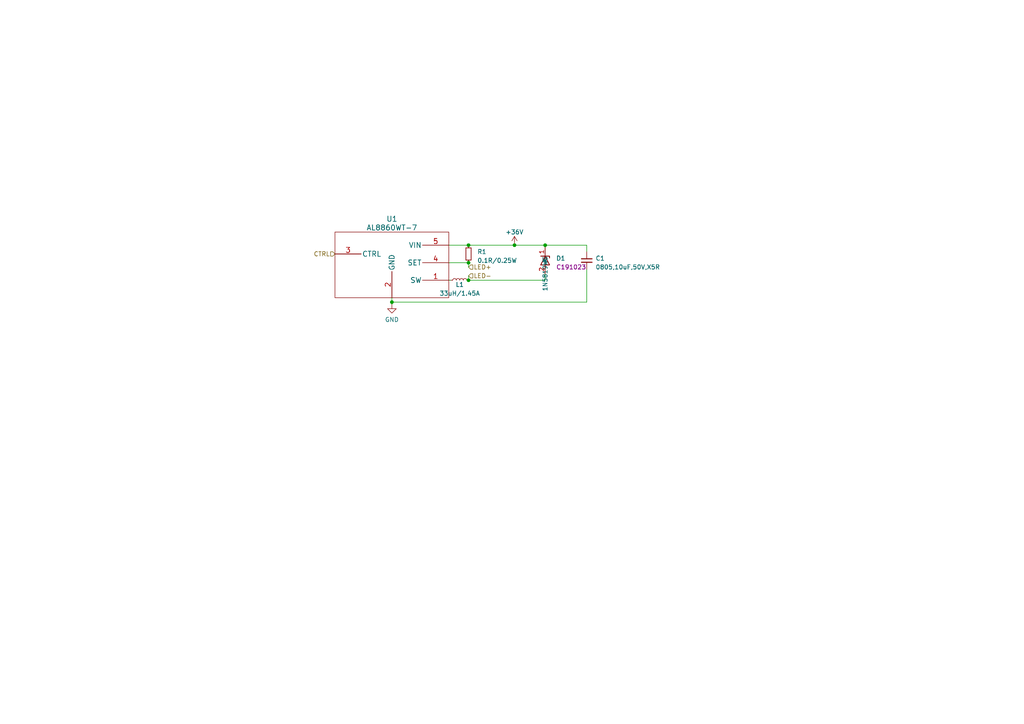
<source format=kicad_sch>
(kicad_sch (version 20230121) (generator eeschema)
  (paper "A4")
  (lib_symbols
    (symbol "Device:L_Small" (pin_numbers hide) (pin_names (offset 0.254) hide)
      (property "Reference" "L" (at 0.762 1.016 0))
      (property "Value" "L_Small" (at 0.762 -1.016 0))
      (symbol "L_Small_0_1"
        (arc (start 0 -2.032) (mid 0.5058 -1.524) (end 0 -1.016))
        (arc (start 0 -1.016) (mid 0.5058 -0.508) (end 0 0))
        (arc (start 0 0) (mid 0.5058 0.508) (end 0 1.016))
        (arc (start 0 1.016) (mid 0.5058 1.524) (end 0 2.032))
      )
      (symbol "L_Small_1_1"
        (pin passive line (at 0 2.54 270) (length 0.508) (name "~") (number "1"))
        (pin passive line (at 0 -2.54 90) (length 0.508) (name "~") (number "2"))
      )
    )
    (symbol "Device:R_Small" (pin_numbers hide) (pin_names (offset 0.254) hide)
      (property "Reference" "R" (at 0.762 0.508 0))
      (property "Value" "R_Small" (at 0.762 -1.016 0))
      (symbol "R_Small_0_1"
        (rectangle (start -0.762 1.778) (end 0.762 -1.778) (stroke (width 0.2032)))
      )
      (symbol "R_Small_1_1"
        (pin passive line (at 0 2.54 270) (length 0.762) (name "~") (number "1"))
        (pin passive line (at 0 -2.54 90) (length 0.762) (name "~") (number "2"))
      )
    )
    (symbol "WS_LCSC_Diodes:SS34"
      (property "Reference" "D" (at -3.81 3.81 0))
      (property "Value" "SS34" (at 0 0 0))
      (property "LCSC" "C8678" (at 0 0 0))
      (symbol "SS34_0_1"
        (polyline (pts (xy -2.54 0) (xy -5.08 0)))
        (polyline (pts (xy -5.08 -1.27) (xy -5.08 1.27) (xy -4.572 1.27)) (stroke (width 0.254)))
        (polyline (pts (xy -2.54 -1.27) (xy -2.54 1.27) (xy -5.08 0) (xy -2.54 -1.27)) (stroke (width 0.254)))
      )
      (symbol "SS34_1_1"
        (pin passive line (at -7.62 0 0) (length 2.54) (name "K") (number "1"))
        (pin passive line (at 0 0 180) (length 2.54) (name "A") (number "2"))
      )
    )
    (symbol "WS_LCSC_ICs:AL8860WT-7" (pin_names (offset 0.254))
      (property "Reference" "U" (at 20.32 10.16 0))
      (property "Value" "AL8860WT-7" (at 20.32 7.62 0))
      (symbol "AL8860WT-7_0_1"
        (rectangle (start 0 6.35) (end 33.02 -12.7))
      )
      (symbol "AL8860WT-7_1_1"
        (pin output line (at 33.02 -7.62 180) (length 7.62) (name "SW") (number "1"))
        (pin power_in line (at 16.51 -12.7 90) (length 7.62) (name "GND") (number "2"))
        (pin bidirectional line (at 0 0 0) (length 7.62) (name "CTRL") (number "3"))
        (pin unspecified line (at 33.02 -2.54 180) (length 7.62) (name "SET") (number "4"))
        (pin power_in line (at 33.02 2.54 180) (length 7.62) (name "VIN") (number "5"))
      )
    )
    (symbol "jlcpcb-basic-capacitor:0805,10uF,50V,X5R "
      (property "Reference" "C" (at 1.71 0.508 0))
      (property "Value" "0805,10uF,50V,X5R " (at 1.71 -1.016 0))
      (symbol "0805,10uF,50V,X5R _0_0"
        (polyline (pts (xy -1.524 -0.508) (xy 1.524 -0.508)) (stroke (width 0.3048)))
        (polyline (pts (xy -1.524 0.508) (xy 1.524 0.508)) (stroke (width 0.3048)))
        (pin passive line (at 0 2.54 270) (length 2.032) (name "~") (number "1"))
        (pin passive line (at 0 -2.54 90) (length 2.032) (name "~") (number "2"))
      )
    )
    (symbol "power:+36V" (power) (pin_names (offset 0))
      (property "Value" "+36V" (at 0 3.556 0))
      (symbol "+36V_0_1"
        (polyline (pts (xy -0.762 1.27) (xy 0 2.54)))
        (polyline (pts (xy 0 0) (xy 0 2.54)))
        (polyline (pts (xy 0 2.54) (xy 0.762 1.27)))
      )
      (symbol "+36V_1_1"
        (pin power_in line (at 0 0 90) (length 0) hide (name "+36V") (number "1"))
      )
    )
    (symbol "power:GND" (power) (pin_names (offset 0))
      (property "Value" "GND" (at 0 -3.81 0))
      (symbol "GND_0_1"
        (polyline (pts (xy 0 0) (xy 0 -1.27) (xy 1.27 -1.27) (xy 0 -2.54) (xy -1.27 -1.27) (xy 0 -1.27)))
      )
      (symbol "GND_1_1"
        (pin power_in line (at 0 0 270) (length 0) hide (name "GND") (number "1"))
      )
    )
  )
  (junction (at 135.89 71.12))
  (junction (at 135.89 76.2))
  (junction (at 113.665 87.63))
  (junction (at 149.225 71.12))
  (junction (at 158.115 71.12))
  (junction (at 135.89 81.28))
  (wire (pts (xy 135.89 81.28) (xy 158.115 81.28)))
  (wire (pts (xy 158.115 71.12) (xy 149.225 71.12)))
  (wire (pts (xy 135.89 71.12) (xy 130.175 71.12)))
  (wire (pts (xy 149.225 71.12) (xy 135.89 71.12)))
  (wire (pts (xy 158.115 71.755) (xy 158.115 71.12)))
  (wire (pts (xy 170.18 78.105) (xy 170.18 87.63)))
  (wire (pts (xy 113.665 86.36) (xy 113.665 87.63)))
  (wire (pts (xy 113.665 87.63) (xy 113.665 88.265)))
  (wire (pts (xy 170.18 87.63) (xy 113.665 87.63)))
  (wire (pts (xy 158.115 81.28) (xy 158.115 79.375)))
  (wire (pts (xy 135.89 80.01) (xy 135.89 81.28)))
  (wire (pts (xy 135.89 76.2) (xy 135.89 77.47)))
  (wire (pts (xy 130.175 81.28) (xy 130.81 81.28)))
  (wire (pts (xy 170.18 71.12) (xy 158.115 71.12)))
  (wire (pts (xy 170.18 73.025) (xy 170.18 71.12)))
  (wire (pts (xy 130.175 76.2) (xy 135.89 76.2)))
  (hierarchical_label "CTRL" (shape input) (at 97.155 73.66 180))
  (hierarchical_label "LED-" (shape input) (at 135.89 80.01 0))
  (hierarchical_label "LED+" (shape input) (at 135.89 77.47 0))
  (symbol (lib_id "power:GND") (at 113.665 88.265 0) (unit 1)
    (property "Reference" "#PWR05" (effects hide))
    (property "Value" "GND" (at 113.665 92.71 0))
    (instances (project "3ChannelCCdriver" (path "" (reference "#PWR05") (unit 1)) (path "" (reference "#PWR06") (unit 1)) (path "" (reference "#PWR07") (unit 1))))
  )
  (symbol (lib_id "Device:R_Small") (at 135.89 73.66 180) (unit 1)
    (property "Reference" "R1" (at 138.43 73.025 0) (effects (justify right)))
    (property "Value" "0.1R/0.25W" (at 138.43 75.565 0) (effects (justify right)))
    (property "Footprint" "Resistor_SMD:R_0805_2012Metric" (effects hide))
    (property "LCSC" "C171367" (effects hide))
    (instances (project "3ChannelCCdriver" (path "" (reference "R1") (unit 1)) (path "" (reference "R2") (unit 1)) (path "" (reference "R3") (unit 1))))
  )
  (symbol (lib_id "Device:L_Small") (at 133.35 81.28 90) (unit 1)
    (property "Reference" "L1" (at 133.35 82.55 90))
    (property "Value" "33uH/1.45A" (at 133.35 85.09 90))
    (property "Footprint" "Inductor_SMD:L_Bourns-SRN6028" (effects hide))
    (property "Datasheet" "https://datasheet.lcsc.com/lcsc/1912111437_CENKER-CKCS6045-33uH-M_C354635.pdf" (effects hide))
    (property "LCSC" "C354635" (effects hide))
    (instances (project "3ChannelCCdriver" (path "" (reference "L1") (unit 1)) (path "" (reference "L2") (unit 1)) (path "" (reference "L3") (unit 1))))
  )
  (symbol (lib_id "WS_LCSC_Diodes:SS34") (at 158.115 79.375 270) (unit 1)
    (property "Reference" "D1" (at 161.29 74.93 90) (effects (justify left)))
    (property "Value" "1N5819WS" (at 158.115 79.375 0))
    (property "Footprint" "Diode_SMD:D_SOD-323" (effects hide))
    (property "Datasheet" "https://datasheet.lcsc.com/lcsc/2204121115_MDD-Microdiode-Electronics--SS34_C8678.pdf" (effects hide))
    (property "LCSC" "C191023" (at 161.29 77.47 90) (effects (justify left)))
    (instances (project "3ChannelCCdriver" (path "" (reference "D1") (unit 1)) (path "" (reference "D2") (unit 1)) (path "" (reference "D3") (unit 1))))
  )
  (symbol (lib_id "power:+36V") (at 149.225 71.12 0) (unit 1)
    (property "Reference" "#PWR033" (effects hide))
    (property "Value" "+36V" (at 149.225 67.31 0))
    (instances (project "3ChannelCCdriver" (path "" (reference "#PWR033") (unit 1)) (path "" (reference "#PWR032") (unit 1)) (path "" (reference "#PWR034") (unit 1))))
  )
  (symbol (lib_id "jlcpcb-basic-capacitor:0805,10uF,50V,X5R ") (at 170.18 75.565 0) (unit 1)
    (property "Reference" "C1" (at 172.72 74.93 0) (effects (justify left)))
    (property "Value" "0805,10uF,50V,X5R " (at 172.72 77.47 0) (effects (justify left)))
    (property "Footprint" "C_0805_2012Metric" (effects hide))
    (property "Datasheet" "https://datasheet.lcsc.com/lcsc/2004251506_Murata-Electronics-GRM21BR61H106KE43L_C440198.pdf" (effects hide))
    (property "LCSC" "C440198" (effects hide))
    (property "MFG" "Murata Electronics" (effects hide))
    (property "MFGPN" "GRM21BR61H106KE43L" (effects hide))
    (instances (project "3ChannelCCdriver" (path "" (reference "C1") (unit 1)) (path "" (reference "C2") (unit 1)) (path "" (reference "C3") (unit 1))))
  )
  (symbol (lib_id "WS_LCSC_ICs:AL8860WT-7") (at 97.155 73.66 0) (unit 1)
    (property "Reference" "U1" (at 113.665 63.5 0) (effects (font (size 1.524 1.524))))
    (property "Value" "AL8860WT-7" (at 113.665 66.04 0) (effects (font (size 1.524 1.524))))
    (property "Footprint" "Package_TO_SOT_SMD:TSOT-23-5" (effects hide))
    (property "Datasheet" "https://www.diodes.com/assets/Datasheets/AL8860.pdf" (effects hide))
    (property "LCSC" "C125330" (effects hide))
    (instances (project "3ChannelCCdriver" (path "" (reference "U1") (unit 1)) (path "" (reference "U2") (unit 1)) (path "" (reference "U3") (unit 1))))
  )
)
</source>
